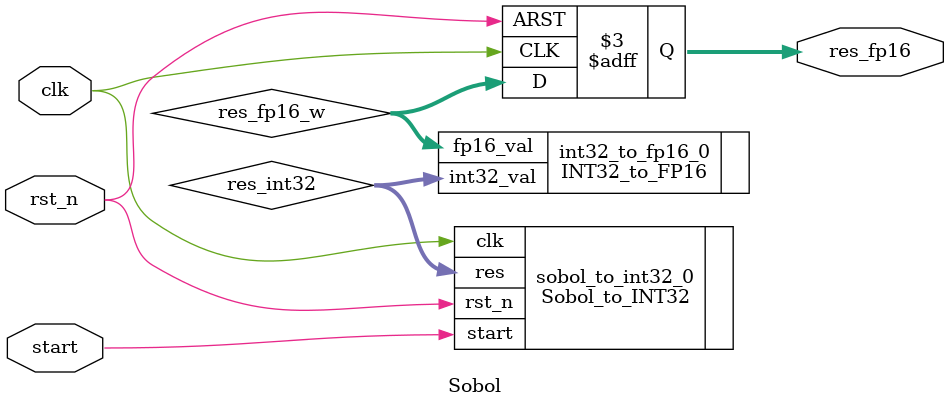
<source format=v>
module Sobol(
    input             clk,
    input             rst_n,
    input             start,
    output reg [15:0] res_fp16
);

// ========== wire and reg ===================
wire [31:0] res_int32;
wire [15:0] res_fp16_w;

// ========== Sequential =====================
always @(posedge clk or negedge rst_n) begin
    if (!rst_n) res_fp16 <= 16'b0;
    else        res_fp16 <= res_fp16_w;
end


// ========== module instantiation ===========
Sobol_to_INT32 sobol_to_int32_0(
    .clk(clk),
    .rst_n(rst_n),
    .start(start),
    .res(res_int32)
);

INT32_to_FP16 int32_to_fp16_0(
    .int32_val(res_int32),
    .fp16_val(res_fp16_w)
);

endmodule
</source>
